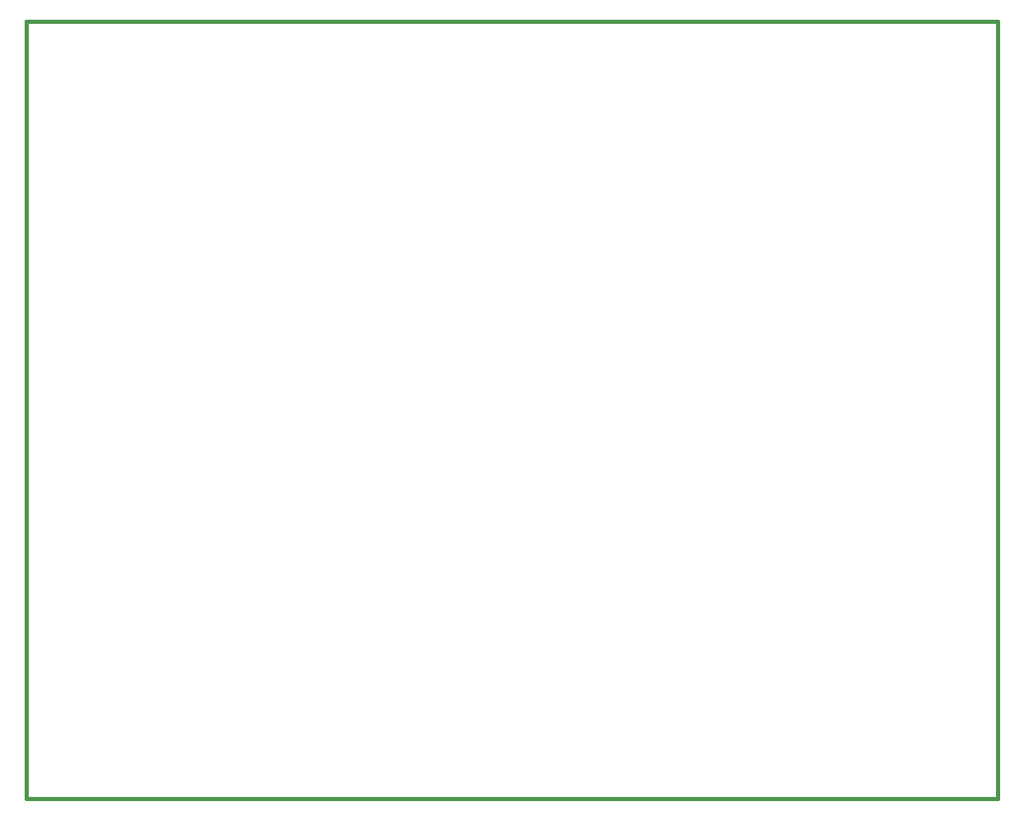
<source format=gm1>
G04 #@! TF.GenerationSoftware,KiCad,Pcbnew,no-vcs-found-f12b19d~59~ubuntu16.04.1*
G04 #@! TF.CreationDate,2017-08-22T16:20:07+03:00*
G04 #@! TF.ProjectId,ssr,7373722E6B696361645F706362000000,rev?*
G04 #@! TF.SameCoordinates,Original*
G04 #@! TF.FileFunction,Profile,NP*
%FSLAX46Y46*%
G04 Gerber Fmt 4.6, Leading zero omitted, Abs format (unit mm)*
G04 Created by KiCad (PCBNEW no-vcs-found-f12b19d~59~ubuntu16.04.1) date Tue Aug 22 16:20:07 2017*
%MOMM*%
%LPD*%
G01*
G04 APERTURE LIST*
%ADD10C,0.381000*%
G04 APERTURE END LIST*
D10*
X100000000Y-100000000D02*
X100000000Y-20000160D01*
X100000000Y-20000160D02*
X199999800Y-20000160D01*
X199999800Y-20000160D02*
X199999800Y-100000000D01*
X199999800Y-100000000D02*
X100000000Y-100000000D01*
M02*

</source>
